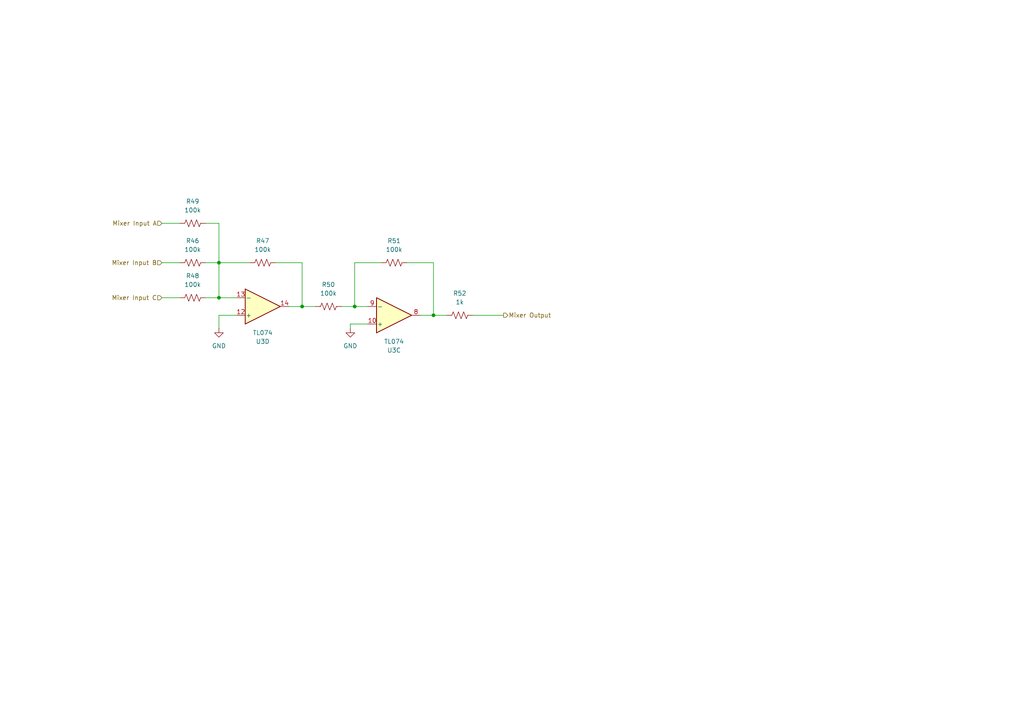
<source format=kicad_sch>
(kicad_sch (version 20250114) (generator "eeschema") (generator_version "9.0")
  (paper "A4")
  (title_block (comment 1 "PCB for 5 cm Kosmo format synthesizer module"))
  (lib_symbols
    (symbol "Amplifier_Operational:TL074" (pin_names (offset 0.127))
      (property "Reference" "U" (at 0 5.08 0))
      (property "Value" "TL074" (at 0 -5.08 0))
      (symbol "TL074_1_1"
        (polyline (pts (xy -5.08 5.08) (xy 5.08 0) (xy -5.08 -5.08) (xy -5.08 5.08)) (stroke (width 0.254)) (fill (type background)))
        (pin input line (at -7.62 2.54 0) (length 2.54) (name "+") (number "3"))
        (pin input line (at -7.62 -2.54 0) (length 2.54) (name "-") (number "2"))
        (pin output line (at 7.62 0 180) (length 2.54) (name "~") (number "1"))
      )
      (symbol "TL074_2_1"
        (polyline (pts (xy -5.08 5.08) (xy 5.08 0) (xy -5.08 -5.08) (xy -5.08 5.08)) (stroke (width 0.254)) (fill (type background)))
        (pin input line (at -7.62 2.54 0) (length 2.54) (name "+") (number "5"))
        (pin input line (at -7.62 -2.54 0) (length 2.54) (name "-") (number "6"))
        (pin output line (at 7.62 0 180) (length 2.54) (name "~") (number "7"))
      )
      (symbol "TL074_3_1"
        (polyline (pts (xy -5.08 5.08) (xy 5.08 0) (xy -5.08 -5.08) (xy -5.08 5.08)) (stroke (width 0.254)) (fill (type background)))
        (pin input line (at -7.62 2.54 0) (length 2.54) (name "+") (number "10"))
        (pin input line (at -7.62 -2.54 0) (length 2.54) (name "-") (number "9"))
        (pin output line (at 7.62 0 180) (length 2.54) (name "~") (number "8"))
      )
      (symbol "TL074_4_1"
        (polyline (pts (xy -5.08 5.08) (xy 5.08 0) (xy -5.08 -5.08) (xy -5.08 5.08)) (stroke (width 0.254)) (fill (type background)))
        (pin input line (at -7.62 2.54 0) (length 2.54) (name "+") (number "12"))
        (pin input line (at -7.62 -2.54 0) (length 2.54) (name "-") (number "13"))
        (pin output line (at 7.62 0 180) (length 2.54) (name "~") (number "14"))
      )
      (symbol "TL074_5_1"
        (pin power_in line (at -2.54 7.62 270) (length 3.81) (name "V+") (number "4"))
        (pin power_in line (at -2.54 -7.62 90) (length 3.81) (name "V-") (number "11"))
      )
    )
    (symbol "Device:R_US" (pin_numbers (hide yes)) (pin_names (offset 0))
      (property "Reference" "R" (at 2.54 0 90))
      (property "Value" "R_US" (at -2.54 0 90))
      (symbol "R_US_0_1"
        (polyline (pts (xy 0 2.286) (xy 0 2.54)))
        (polyline (pts (xy 0 2.286) (xy 1.016 1.905) (xy 0 1.524) (xy -1.016 1.143) (xy 0 0.762)))
        (polyline (pts (xy 0 0.762) (xy 1.016 0.381) (xy 0 0) (xy -1.016 -0.381) (xy 0 -0.762)))
        (polyline (pts (xy 0 -0.762) (xy 1.016 -1.143) (xy 0 -1.524) (xy -1.016 -1.905) (xy 0 -2.286)))
        (polyline (pts (xy 0 -2.286) (xy 0 -2.54)))
      )
      (symbol "R_US_1_1"
        (pin passive line (at 0 3.81 270) (length 1.27) (name "~") (number "1"))
        (pin passive line (at 0 -3.81 90) (length 1.27) (name "~") (number "2"))
      )
    )
    (symbol "power:GND" (power) (pin_numbers (hide yes)) (pin_names (offset 0) (hide yes))
      (property "Value" "GND" (at 0 -3.81 0))
      (symbol "GND_0_1"
        (polyline (pts (xy 0 0) (xy 0 -1.27) (xy 1.27 -1.27) (xy 0 -2.54) (xy -1.27 -1.27) (xy 0 -1.27)))
      )
      (symbol "GND_1_1"
        (pin power_in line (at 0 0 270) (length 0) (name "~") (number "1"))
      )
    )
  )
  (junction (at 125.73 91.44))
  (junction (at 63.5 86.36))
  (junction (at 87.63 88.9))
  (junction (at 63.5 76.2))
  (junction (at 102.87 88.9))
  (wire (pts (xy 99.06 88.9) (xy 102.87 88.9)))
  (wire (pts (xy 102.87 88.9) (xy 106.68 88.9)))
  (wire (pts (xy 87.63 88.9) (xy 91.44 88.9)))
  (wire (pts (xy 121.92 91.44) (xy 125.73 91.44)))
  (wire (pts (xy 46.99 76.2) (xy 52.07 76.2)))
  (wire (pts (xy 46.99 64.77) (xy 52.07 64.77)))
  (wire (pts (xy 63.5 64.77) (xy 63.5 76.2)))
  (wire (pts (xy 83.82 88.9) (xy 87.63 88.9)))
  (wire (pts (xy 59.69 86.36) (xy 63.5 86.36)))
  (wire (pts (xy 125.73 91.44) (xy 129.54 91.44)))
  (wire (pts (xy 46.99 86.36) (xy 52.07 86.36)))
  (wire (pts (xy 137.16 91.44) (xy 146.05 91.44)))
  (wire (pts (xy 106.68 93.98) (xy 101.6 93.98)))
  (wire (pts (xy 63.5 76.2) (xy 72.39 76.2)))
  (wire (pts (xy 63.5 76.2) (xy 63.5 86.36)))
  (wire (pts (xy 110.49 76.2) (xy 102.87 76.2)))
  (wire (pts (xy 63.5 91.44) (xy 68.58 91.44)))
  (wire (pts (xy 59.69 76.2) (xy 63.5 76.2)))
  (wire (pts (xy 125.73 76.2) (xy 125.73 91.44)))
  (wire (pts (xy 87.63 76.2) (xy 87.63 88.9)))
  (wire (pts (xy 101.6 93.98) (xy 101.6 95.25)))
  (wire (pts (xy 102.87 76.2) (xy 102.87 88.9)))
  (wire (pts (xy 118.11 76.2) (xy 125.73 76.2)))
  (wire (pts (xy 80.01 76.2) (xy 87.63 76.2)))
  (wire (pts (xy 63.5 86.36) (xy 68.58 86.36)))
  (wire (pts (xy 59.69 64.77) (xy 63.5 64.77)))
  (wire (pts (xy 63.5 91.44) (xy 63.5 95.25)))
  (hierarchical_label "Mixer Input A" (shape input) (at 46.99 64.77 180))
  (hierarchical_label "Mixer Output" (shape output) (at 146.05 91.44 0))
  (hierarchical_label "Mixer Input B" (shape input) (at 46.99 76.2 180))
  (hierarchical_label "Mixer Input C" (shape input) (at 46.99 86.36 180))
  (symbol (lib_id "power:GND") (at 101.6 95.25 0) (unit 1)
    (property "Reference" "#PWR033" (effects (hide yes)))
    (property "Value" "GND" (at 101.6 100.33 0))
    (property "Description" "Power symbol creates a global label with name \"GND\" , ground" (effects (hide yes)))
  )
  (symbol (lib_id "Amplifier_Operational:TL074") (at 76.2 88.9 0) (mirror x) (unit 4)
    (property "Reference" "U3" (at 76.2 99.06 0))
    (property "Value" "TL074" (at 76.2 96.52 0))
    (property "Footprint" "Package_DIP:DIP-14_W7.62mm_Socket" (effects (hide yes)))
    (property "Datasheet" "http://www.ti.com/lit/ds/symlink/tl071.pdf" (effects (hide yes)))
    (property "Description" "Quad Low-Noise JFET-Input Operational Amplifiers, DIP-14/SOIC-14" (effects (hide yes)))
  )
  (symbol (lib_id "power:GND") (at 63.5 95.25 0) (unit 1)
    (property "Reference" "#PWR032" (effects (hide yes)))
    (property "Value" "GND" (at 63.5 100.33 0))
    (property "Description" "Power symbol creates a global label with name \"GND\" , ground" (effects (hide yes)))
  )
  (symbol (lib_id "Device:R_US") (at 76.2 76.2 90) (unit 1)
    (property "Reference" "R47" (at 76.2 69.85 90))
    (property "Value" "100k" (at 76.2 72.39 90))
    (property "Footprint" "Resistor_THT:R_Axial_DIN0207_L6.3mm_D2.5mm_P2.54mm_Vertical" (effects (hide yes)))
    (property "Description" "Resistor, US symbol" (effects (hide yes)))
  )
  (symbol (lib_id "Amplifier_Operational:TL074") (at 114.3 91.44 0) (mirror x) (unit 3)
    (property "Reference" "U3" (at 114.3 101.6 0))
    (property "Value" "TL074" (at 114.3 99.06 0))
    (property "Footprint" "Package_DIP:DIP-14_W7.62mm_Socket" (effects (hide yes)))
    (property "Datasheet" "http://www.ti.com/lit/ds/symlink/tl071.pdf" (effects (hide yes)))
    (property "Description" "Quad Low-Noise JFET-Input Operational Amplifiers, DIP-14/SOIC-14" (effects (hide yes)))
  )
  (symbol (lib_id "Device:R_US") (at 55.88 64.77 90) (unit 1)
    (property "Reference" "R49" (at 55.88 58.42 90))
    (property "Value" "100k" (at 55.88 60.96 90))
    (property "Footprint" "Resistor_THT:R_Axial_DIN0207_L6.3mm_D2.5mm_P2.54mm_Vertical" (effects (hide yes)))
    (property "Description" "Resistor, US symbol" (effects (hide yes)))
  )
  (symbol (lib_id "Device:R_US") (at 114.3 76.2 90) (unit 1)
    (property "Reference" "R51" (at 114.3 69.85 90))
    (property "Value" "100k" (at 114.3 72.39 90))
    (property "Footprint" "Resistor_THT:R_Axial_DIN0207_L6.3mm_D2.5mm_P2.54mm_Vertical" (effects (hide yes)))
    (property "Description" "Resistor, US symbol" (effects (hide yes)))
  )
  (symbol (lib_id "Device:R_US") (at 133.35 91.44 90) (unit 1)
    (property "Reference" "R52" (at 133.35 85.09 90))
    (property "Value" "1k" (at 133.35 87.63 90))
    (property "Footprint" "Resistor_THT:R_Axial_DIN0207_L6.3mm_D2.5mm_P2.54mm_Vertical" (effects (hide yes)))
    (property "Description" "Resistor, US symbol" (effects (hide yes)))
  )
  (symbol (lib_id "Device:R_US") (at 55.88 76.2 90) (unit 1)
    (property "Reference" "R46" (at 55.88 69.85 90))
    (property "Value" "100k" (at 55.88 72.39 90))
    (property "Footprint" "Resistor_THT:R_Axial_DIN0207_L6.3mm_D2.5mm_P2.54mm_Vertical" (effects (hide yes)))
    (property "Description" "Resistor, US symbol" (effects (hide yes)))
  )
  (symbol (lib_id "Device:R_US") (at 55.88 86.36 90) (unit 1)
    (property "Reference" "R48" (at 55.88 80.01 90))
    (property "Value" "100k" (at 55.88 82.55 90))
    (property "Footprint" "Resistor_THT:R_Axial_DIN0207_L6.3mm_D2.5mm_P2.54mm_Vertical" (effects (hide yes)))
    (property "Description" "Resistor, US symbol" (effects (hide yes)))
  )
  (symbol (lib_id "Device:R_US") (at 95.25 88.9 90) (unit 1)
    (property "Reference" "R50" (at 95.25 82.55 90))
    (property "Value" "100k" (at 95.25 85.09 90))
    (property "Footprint" "Resistor_THT:R_Axial_DIN0207_L6.3mm_D2.5mm_P2.54mm_Vertical" (effects (hide yes)))
    (property "Description" "Resistor, US symbol" (effects (hide yes)))
  )
)
</source>
